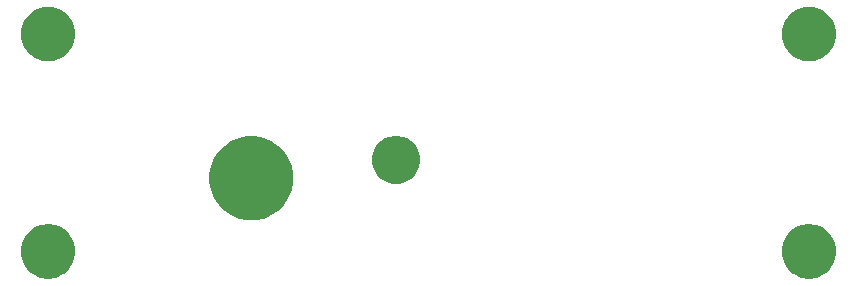
<source format=gbr>
G04 #@! TF.GenerationSoftware,KiCad,Pcbnew,5.1.5-1.fc31*
G04 #@! TF.CreationDate,2020-05-07T20:20:34-05:00*
G04 #@! TF.ProjectId,BackPanel,4261636b-5061-46e6-956c-2e6b69636164,B*
G04 #@! TF.SameCoordinates,Original*
G04 #@! TF.FileFunction,Soldermask,Top*
G04 #@! TF.FilePolarity,Negative*
%FSLAX46Y46*%
G04 Gerber Fmt 4.6, Leading zero omitted, Abs format (unit mm)*
G04 Created by KiCad (PCBNEW 5.1.5-1.fc31) date 2020-05-07 20:20:34*
%MOMM*%
%LPD*%
G04 APERTURE LIST*
%ADD10C,0.100000*%
G04 APERTURE END LIST*
D10*
G36*
X168148903Y-94943213D02*
G01*
X168371177Y-94987426D01*
X168789932Y-95160880D01*
X169166802Y-95412696D01*
X169487304Y-95733198D01*
X169739120Y-96110068D01*
X169912574Y-96528823D01*
X170001000Y-96973371D01*
X170001000Y-97426629D01*
X169912574Y-97871177D01*
X169739120Y-98289932D01*
X169487304Y-98666802D01*
X169166802Y-98987304D01*
X168789932Y-99239120D01*
X168371177Y-99412574D01*
X168148903Y-99456787D01*
X167926630Y-99501000D01*
X167473370Y-99501000D01*
X167251097Y-99456787D01*
X167028823Y-99412574D01*
X166610068Y-99239120D01*
X166233198Y-98987304D01*
X165912696Y-98666802D01*
X165660880Y-98289932D01*
X165487426Y-97871177D01*
X165399000Y-97426629D01*
X165399000Y-96973371D01*
X165487426Y-96528823D01*
X165660880Y-96110068D01*
X165912696Y-95733198D01*
X166233198Y-95412696D01*
X166610068Y-95160880D01*
X167028823Y-94987426D01*
X167251097Y-94943213D01*
X167473370Y-94899000D01*
X167926630Y-94899000D01*
X168148903Y-94943213D01*
G37*
G36*
X103748903Y-94943213D02*
G01*
X103971177Y-94987426D01*
X104389932Y-95160880D01*
X104766802Y-95412696D01*
X105087304Y-95733198D01*
X105339120Y-96110068D01*
X105512574Y-96528823D01*
X105601000Y-96973371D01*
X105601000Y-97426629D01*
X105512574Y-97871177D01*
X105339120Y-98289932D01*
X105087304Y-98666802D01*
X104766802Y-98987304D01*
X104389932Y-99239120D01*
X103971177Y-99412574D01*
X103748903Y-99456787D01*
X103526630Y-99501000D01*
X103073370Y-99501000D01*
X102851097Y-99456787D01*
X102628823Y-99412574D01*
X102210068Y-99239120D01*
X101833198Y-98987304D01*
X101512696Y-98666802D01*
X101260880Y-98289932D01*
X101087426Y-97871177D01*
X100999000Y-97426629D01*
X100999000Y-96973371D01*
X101087426Y-96528823D01*
X101260880Y-96110068D01*
X101512696Y-95733198D01*
X101833198Y-95412696D01*
X102210068Y-95160880D01*
X102628823Y-94987426D01*
X102851097Y-94943213D01*
X103073370Y-94899000D01*
X103526630Y-94899000D01*
X103748903Y-94943213D01*
G37*
G36*
X121535787Y-87585462D02*
G01*
X121535790Y-87585463D01*
X121535789Y-87585463D01*
X122182029Y-87853144D01*
X122763631Y-88241758D01*
X123258242Y-88736369D01*
X123646856Y-89317971D01*
X123646856Y-89317972D01*
X123914538Y-89964213D01*
X124051000Y-90650256D01*
X124051000Y-91349744D01*
X123914538Y-92035787D01*
X123914537Y-92035789D01*
X123646856Y-92682029D01*
X123258242Y-93263631D01*
X122763631Y-93758242D01*
X122182029Y-94146856D01*
X121725068Y-94336135D01*
X121535787Y-94414538D01*
X120849744Y-94551000D01*
X120150256Y-94551000D01*
X119464213Y-94414538D01*
X119274932Y-94336135D01*
X118817971Y-94146856D01*
X118236369Y-93758242D01*
X117741758Y-93263631D01*
X117353144Y-92682029D01*
X117085463Y-92035789D01*
X117085462Y-92035787D01*
X116949000Y-91349744D01*
X116949000Y-90650256D01*
X117085462Y-89964213D01*
X117353144Y-89317972D01*
X117353144Y-89317971D01*
X117741758Y-88736369D01*
X118236369Y-88241758D01*
X118817971Y-87853144D01*
X119464211Y-87585463D01*
X119464210Y-87585463D01*
X119464213Y-87585462D01*
X120150256Y-87449000D01*
X120849744Y-87449000D01*
X121535787Y-87585462D01*
G37*
G36*
X133348254Y-87477818D02*
G01*
X133721511Y-87632426D01*
X133721513Y-87632427D01*
X134051839Y-87853144D01*
X134057436Y-87856884D01*
X134343116Y-88142564D01*
X134567574Y-88478489D01*
X134722182Y-88851746D01*
X134801000Y-89247993D01*
X134801000Y-89652007D01*
X134722182Y-90048254D01*
X134567574Y-90421511D01*
X134567573Y-90421513D01*
X134343116Y-90757436D01*
X134057436Y-91043116D01*
X133721513Y-91267573D01*
X133721512Y-91267574D01*
X133721511Y-91267574D01*
X133348254Y-91422182D01*
X132952007Y-91501000D01*
X132547993Y-91501000D01*
X132151746Y-91422182D01*
X131778489Y-91267574D01*
X131778488Y-91267574D01*
X131778487Y-91267573D01*
X131442564Y-91043116D01*
X131156884Y-90757436D01*
X130932427Y-90421513D01*
X130932426Y-90421511D01*
X130777818Y-90048254D01*
X130699000Y-89652007D01*
X130699000Y-89247993D01*
X130777818Y-88851746D01*
X130932426Y-88478489D01*
X131156884Y-88142564D01*
X131442564Y-87856884D01*
X131448161Y-87853144D01*
X131778487Y-87632427D01*
X131778489Y-87632426D01*
X132151746Y-87477818D01*
X132547993Y-87399000D01*
X132952007Y-87399000D01*
X133348254Y-87477818D01*
G37*
G36*
X168148903Y-76543213D02*
G01*
X168371177Y-76587426D01*
X168789932Y-76760880D01*
X169166802Y-77012696D01*
X169487304Y-77333198D01*
X169739120Y-77710068D01*
X169912574Y-78128823D01*
X170001000Y-78573371D01*
X170001000Y-79026629D01*
X169912574Y-79471177D01*
X169739120Y-79889932D01*
X169487304Y-80266802D01*
X169166802Y-80587304D01*
X168789932Y-80839120D01*
X168371177Y-81012574D01*
X168148903Y-81056787D01*
X167926630Y-81101000D01*
X167473370Y-81101000D01*
X167251097Y-81056787D01*
X167028823Y-81012574D01*
X166610068Y-80839120D01*
X166233198Y-80587304D01*
X165912696Y-80266802D01*
X165660880Y-79889932D01*
X165487426Y-79471177D01*
X165399000Y-79026629D01*
X165399000Y-78573371D01*
X165487426Y-78128823D01*
X165660880Y-77710068D01*
X165912696Y-77333198D01*
X166233198Y-77012696D01*
X166610068Y-76760880D01*
X167028823Y-76587426D01*
X167251097Y-76543213D01*
X167473370Y-76499000D01*
X167926630Y-76499000D01*
X168148903Y-76543213D01*
G37*
G36*
X103748903Y-76543213D02*
G01*
X103971177Y-76587426D01*
X104389932Y-76760880D01*
X104766802Y-77012696D01*
X105087304Y-77333198D01*
X105339120Y-77710068D01*
X105512574Y-78128823D01*
X105601000Y-78573371D01*
X105601000Y-79026629D01*
X105512574Y-79471177D01*
X105339120Y-79889932D01*
X105087304Y-80266802D01*
X104766802Y-80587304D01*
X104389932Y-80839120D01*
X103971177Y-81012574D01*
X103748903Y-81056787D01*
X103526630Y-81101000D01*
X103073370Y-81101000D01*
X102851097Y-81056787D01*
X102628823Y-81012574D01*
X102210068Y-80839120D01*
X101833198Y-80587304D01*
X101512696Y-80266802D01*
X101260880Y-79889932D01*
X101087426Y-79471177D01*
X100999000Y-79026629D01*
X100999000Y-78573371D01*
X101087426Y-78128823D01*
X101260880Y-77710068D01*
X101512696Y-77333198D01*
X101833198Y-77012696D01*
X102210068Y-76760880D01*
X102628823Y-76587426D01*
X102851097Y-76543213D01*
X103073370Y-76499000D01*
X103526630Y-76499000D01*
X103748903Y-76543213D01*
G37*
M02*

</source>
